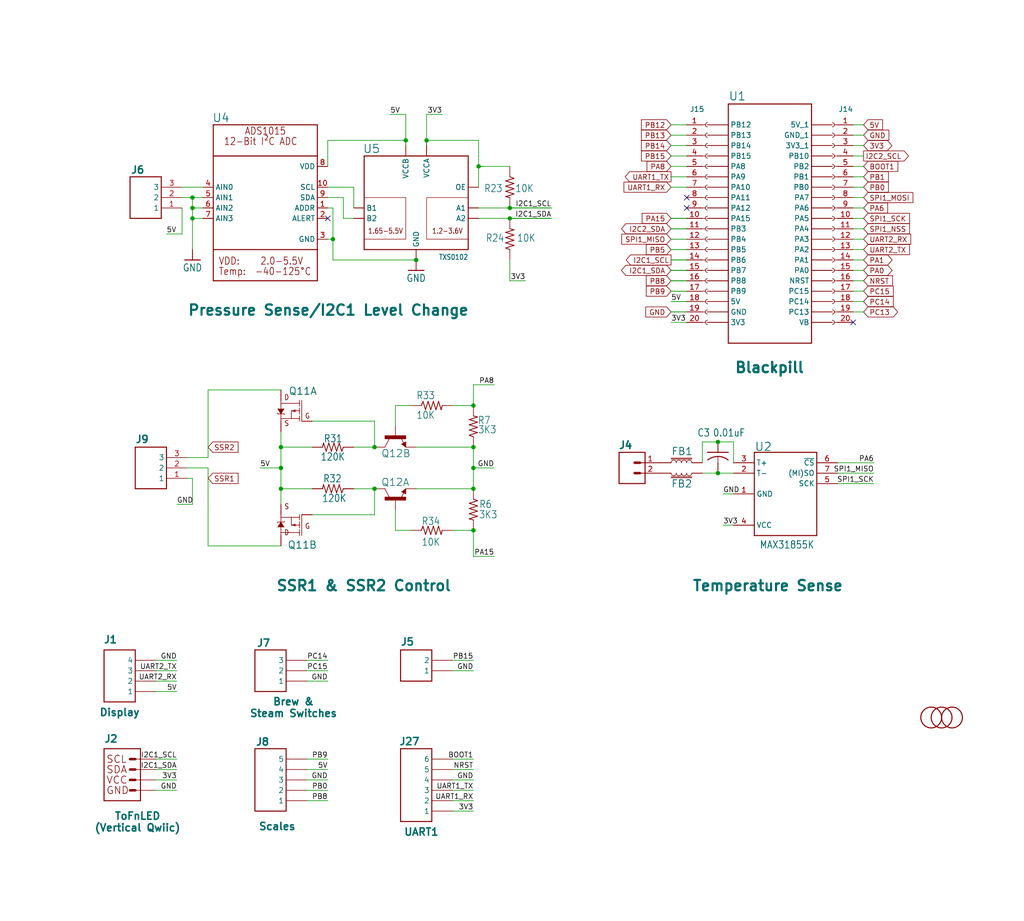
<source format=kicad_sch>
(kicad_sch (version 20230121) (generator eeschema)
  (paper "User" 250.012 224.993)
  (title_block (title "GaggiaBoard V3") (date "2023-09-07"))
  (lib_symbols
    (symbol "3PIN_1" (pin_numbers hide)
      (property "Reference" "JP" (at 0 -7.62 0))
      (symbol "3PIN_1_1_0"
        (pin bidirectional line (at -5.08 2.54 0) (length 5.08) (name "1") (number "1"))
        (pin bidirectional line (at -5.08 0 0) (length 5.08) (name "2") (number "2"))
        (pin bidirectional line (at -5.08 -2.54 0) (length 5.08) (name "3") (number "3"))
      )
    )
    (symbol "GaggiaBoard_V3-eagle-import:1x20 Female Header 2.54mm" (pin_names (offset 1.016) hide)
      (property "Reference" "J" (at 0 25.4 0))
      (property "Value" "1x20 Female Header 2.54mm" (at 0 -27.94 0))
      (symbol "1x20 Female Header 2.54mm_1_1"
        (pin passive line (at -5.08 22.86 0) (length 3.81) (name "Pin_1") (number "1"))
        (pin passive line (at -5.08 0 0) (length 3.81) (name "Pin_10") (number "10"))
        (pin passive line (at -5.08 -2.54 0) (length 3.81) (name "Pin_11") (number "11"))
        (pin passive line (at -5.08 -5.08 0) (length 3.81) (name "Pin_12") (number "12"))
        (pin passive line (at -5.08 -7.62 0) (length 3.81) (name "Pin_13") (number "13"))
        (pin passive line (at -5.08 -10.16 0) (length 3.81) (name "Pin_14") (number "14"))
        (pin passive line (at -5.08 -12.7 0) (length 3.81) (name "Pin_15") (number "15"))
        (pin passive line (at -5.08 -15.24 0) (length 3.81) (name "Pin_16") (number "16"))
        (pin passive line (at -5.08 -17.78 0) (length 3.81) (name "Pin_17") (number "17"))
        (pin passive line (at -5.08 -20.32 0) (length 3.81) (name "Pin_18") (number "18"))
        (pin passive line (at -5.08 -22.86 0) (length 3.81) (name "Pin_19") (number "19"))
        (pin passive line (at -5.08 20.32 0) (length 3.81) (name "Pin_2") (number "2"))
        (pin passive line (at -5.08 -25.4 0) (length 3.81) (name "Pin_20") (number "20"))
        (pin passive line (at -5.08 17.78 0) (length 3.81) (name "Pin_3") (number "3"))
        (pin passive line (at -5.08 15.24 0) (length 3.81) (name "Pin_4") (number "4"))
        (pin passive line (at -5.08 12.7 0) (length 3.81) (name "Pin_5") (number "5"))
        (pin passive line (at -5.08 10.16 0) (length 3.81) (name "Pin_6") (number "6"))
        (pin passive line (at -5.08 7.62 0) (length 3.81) (name "Pin_7") (number "7"))
        (pin passive line (at -5.08 5.08 0) (length 3.81) (name "Pin_8") (number "8"))
        (pin passive line (at -5.08 2.54 0) (length 3.81) (name "Pin_9") (number "9"))
      )
    )
    (symbol "GaggiaBoard_V3-eagle-import:2PIN" (pin_numbers hide)
      (property "Reference" "JP" (at 0 -5.08 0))
      (symbol "2PIN_1_0"
        (pin bidirectional line (at -5.08 2.54 0) (length 5.08) (name "1") (number "1"))
        (pin bidirectional line (at -5.08 0 0) (length 5.08) (name "2") (number "2"))
      )
    )
    (symbol "GaggiaBoard_V3-eagle-import:3PIN"
      (property "Reference" "JP" (at 0 -7.62 0))
      (symbol "3PIN_1_0"
        (pin bidirectional line (at -5.08 2.54 0) (length 5.08) (name "1") (number "1"))
        (pin bidirectional line (at -5.08 0 0) (length 5.08) (name "2") (number "2"))
        (pin bidirectional line (at -5.08 -2.54 0) (length 5.08) (name "3") (number "3"))
      )
    )
    (symbol "GaggiaBoard_V3-eagle-import:4PIN" (pin_numbers hide)
      (property "Reference" "JP" (at 0 -10.16 0))
      (symbol "4PIN_1_0"
        (pin bidirectional line (at -5.08 2.54 0) (length 5.08) (name "1") (number "1"))
        (pin bidirectional line (at -5.08 0 0) (length 5.08) (name "2") (number "2"))
        (pin bidirectional line (at -5.08 -2.54 0) (length 5.08) (name "3") (number "3"))
        (pin bidirectional line (at -5.08 -5.08 0) (length 5.08) (name "4") (number "4"))
      )
    )
    (symbol "GaggiaBoard_V3-eagle-import:5PIN" (pin_numbers hide)
      (property "Reference" "JP" (at 0 -10.16 0))
      (symbol "5PIN_1_0"
        (pin bidirectional line (at -5.08 5.08 0) (length 5.08) (name "1") (number "1"))
        (pin bidirectional line (at -5.08 2.54 0) (length 5.08) (name "2") (number "2"))
        (pin bidirectional line (at -5.08 0 0) (length 5.08) (name "3") (number "3"))
        (pin bidirectional line (at -5.08 -2.54 0) (length 5.08) (name "4") (number "4"))
        (pin bidirectional line (at -5.08 -5.08 0) (length 5.08) (name "5") (number "5"))
      )
    )
    (symbol "GaggiaBoard_V3-eagle-import:6PIN" (pin_numbers hide)
      (property "Reference" "JP" (at 0 -12.7 0))
      (symbol "6PIN_1_0"
        (pin bidirectional line (at -5.08 5.08 0) (length 5.08) (name "1") (number "1"))
        (pin bidirectional line (at -5.08 2.54 0) (length 5.08) (name "2") (number "2"))
        (pin bidirectional line (at -5.08 0 0) (length 5.08) (name "3") (number "3"))
        (pin bidirectional line (at -5.08 -2.54 0) (length 5.08) (name "4") (number "4"))
        (pin bidirectional line (at -5.08 -5.08 0) (length 5.08) (name "5") (number "5"))
        (pin bidirectional line (at -5.08 -7.62 0) (length 5.08) (name "6") (number "6"))
      )
    )
    (symbol "GaggiaBoard_V3-eagle-import:ADC_ADS1015"
      (property "Reference" "U" (at -12.7 20.32 0))
      (symbol "ADC_ADS1015_1_0"
        (text "-40-125°C" (at -2.54 -19.05 0) (effects (font (size 1.778 1.5113)) (justify left bottom)))
        (text "12-Bit I²C ADC" (at -10.16 12.7 0) (effects (font (size 1.778 1.5113)) (justify left bottom)))
        (text "2.0-5.5V" (at -1.27 -16.51 0) (effects (font (size 1.778 1.5113)) (justify left bottom)))
        (text "ADS1015" (at -5.08 15.24 0) (effects (font (size 1.778 1.5113)) (justify left bottom)))
        (text "Temp:" (at -11.43 -19.05 0) (effects (font (size 1.778 1.5113)) (justify left bottom)))
        (text "VDD:" (at -11.43 -16.51 0) (effects (font (size 1.778 1.5113)) (justify left bottom)))
        (pin bidirectional line (at 15.24 -2.54 180) (length 2.54) (name "ADDR") (number "1"))
        (pin bidirectional line (at 15.24 2.54 180) (length 2.54) (name "SCL") (number "10"))
        (pin bidirectional line (at 15.24 -5.08 180) (length 2.54) (name "ALERT") (number "2"))
        (pin bidirectional line (at 15.24 -10.16 180) (length 2.54) (name "GND") (number "3"))
        (pin bidirectional line (at -15.24 2.54 0) (length 2.54) (name "AIN0") (number "4"))
        (pin bidirectional line (at -15.24 0 0) (length 2.54) (name "AIN1") (number "5"))
        (pin bidirectional line (at -15.24 -2.54 0) (length 2.54) (name "AIN2") (number "6"))
        (pin bidirectional line (at -15.24 -5.08 0) (length 2.54) (name "AIN3") (number "7"))
        (pin bidirectional line (at 15.24 7.62 180) (length 2.54) (name "VDD") (number "8"))
        (pin bidirectional line (at 15.24 0 180) (length 2.54) (name "SDA") (number "9"))
      )
    )
    (symbol "GaggiaBoard_V3-eagle-import:BLACKPILL" (pin_numbers hide)
      (property "Reference" "U" (at -10.16 28.702 0))
      (symbol "BLACKPILL_1_0"
        (pin bidirectional line (at -15.24 22.86 0) (length 5.08) (name "PB12") (number "P1$1"))
        (pin bidirectional line (at -15.24 0 0) (length 5.08) (name "PA15") (number "P1$10"))
        (pin bidirectional line (at -15.24 -2.54 0) (length 5.08) (name "PB3") (number "P1$11"))
        (pin bidirectional line (at -15.24 -5.08 0) (length 5.08) (name "PB4") (number "P1$12"))
        (pin bidirectional line (at -15.24 -7.62 0) (length 5.08) (name "PB5") (number "P1$13"))
        (pin bidirectional line (at -15.24 -10.16 0) (length 5.08) (name "PB6") (number "P1$14"))
        (pin bidirectional line (at -15.24 -12.7 0) (length 5.08) (name "PB7") (number "P1$15"))
        (pin bidirectional line (at -15.24 -15.24 0) (length 5.08) (name "PB8") (number "P1$16"))
        (pin bidirectional line (at -15.24 -17.78 0) (length 5.08) (name "PB9") (number "P1$17"))
        (pin power_in line (at -15.24 -20.32 0) (length 5.08) (name "5V") (number "P1$18"))
        (pin power_in line (at -15.24 -22.86 0) (length 5.08) (name "GND") (number "P1$19"))
        (pin bidirectional line (at -15.24 20.32 0) (length 5.08) (name "PB13") (number "P1$2"))
        (pin power_in line (at -15.24 -25.4 0) (length 5.08) (name "3V3") (number "P1$20"))
        (pin bidirectional line (at -15.24 17.78 0) (length 5.08) (name "PB14") (number "P1$3"))
        (pin bidirectional line (at -15.24 15.24 0) (length 5.08) (name "PB15") (number "P1$4"))
        (pin bidirectional line (at -15.24 12.7 0) (length 5.08) (name "PA8") (number "P1$5"))
        (pin bidirectional line (at -15.24 10.16 0) (length 5.08) (name "PA9") (number "P1$6"))
        (pin bidirectional line (at -15.24 7.62 0) (length 5.08) (name "PA10") (number "P1$7"))
        (pin bidirectional line (at -15.24 5.08 0) (length 5.08) (name "PA11") (number "P1$8"))
        (pin bidirectional line (at -15.24 2.54 0) (length 5.08) (name "PA12") (number "P1$9"))
        (pin power_in line (at 15.24 22.86 180) (length 5.08) (name "5V_1") (number "P2$1"))
        (pin bidirectional line (at 15.24 0 180) (length 5.08) (name "PA5") (number "P2$10"))
        (pin bidirectional line (at 15.24 -2.54 180) (length 5.08) (name "PA4") (number "P2$11"))
        (pin bidirectional line (at 15.24 -5.08 180) (length 5.08) (name "PA3") (number "P2$12"))
        (pin bidirectional line (at 15.24 -7.62 180) (length 5.08) (name "PA2") (number "P2$13"))
        (pin bidirectional line (at 15.24 -10.16 180) (length 5.08) (name "PA1") (number "P2$14"))
        (pin bidirectional line (at 15.24 -12.7 180) (length 5.08) (name "PA0") (number "P2$15"))
        (pin bidirectional line (at 15.24 -15.24 180) (length 5.08) (name "NRST") (number "P2$16"))
        (pin bidirectional line (at 15.24 -17.78 180) (length 5.08) (name "PC15") (number "P2$17"))
        (pin bidirectional line (at 15.24 -20.32 180) (length 5.08) (name "PC14") (number "P2$18"))
        (pin bidirectional line (at 15.24 -22.86 180) (length 5.08) (name "PC13") (number "P2$19"))
        (pin power_in line (at 15.24 20.32 180) (length 5.08) (name "GND_1") (number "P2$2"))
        (pin bidirectional line (at 15.24 -25.4 180) (length 5.08) (name "VB") (number "P2$20"))
        (pin power_in line (at 15.24 17.78 180) (length 5.08) (name "3V3_1") (number "P2$3"))
        (pin bidirectional line (at 15.24 15.24 180) (length 5.08) (name "PB10") (number "P2$4"))
        (pin bidirectional line (at 15.24 12.7 180) (length 5.08) (name "PB2") (number "P2$5"))
        (pin bidirectional line (at 15.24 10.16 180) (length 5.08) (name "PB1") (number "P2$6"))
        (pin bidirectional line (at 15.24 7.62 180) (length 5.08) (name "PB0") (number "P2$7"))
        (pin bidirectional line (at 15.24 5.08 180) (length 5.08) (name "PA7") (number "P2$8"))
        (pin bidirectional line (at 15.24 2.54 180) (length 5.08) (name "PA6") (number "P2$9"))
      )
    )
    (symbol "GaggiaBoard_V3-eagle-import:C-USC0603"
      (property "Reference" "C" (at 1.016 0.635 0))
      (symbol "C-USC0603_1_0"
        (pin passive line (at 0 2.54 270) (length 2.54) (name "1") (number "1"))
        (pin passive line (at 0 -5.08 90) (length 2.54) (name "2") (number "2"))
      )
    )
    (symbol "GaggiaBoard_V3-eagle-import:CONN_023.5MM-NO_SILK"
      (property "Reference" "J" (at -2.54 5.588 0))
      (symbol "CONN_023.5MM-NO_SILK_1_0"
        (pin passive line (at 7.62 0 180) (length 5.08) (name "1") (number "1"))
        (pin passive line (at 7.62 2.54 180) (length 5.08) (name "2") (number "2"))
      )
    )
    (symbol "GaggiaBoard_V3-eagle-import:FERRITE_BEAD-0603-470Ω-100MHZ-1A-200MILIΩ"
      (property "Reference" "FB" (at 1.27 2.54 0))
      (symbol "FERRITE_BEAD-0603-470Ω-100MHZ-1A-200MILIΩ_1_0"
        (pin passive line (at 0 5.08 270) (length 2.54) (name "1") (number "1"))
        (pin passive line (at 0 -5.08 90) (length 2.54) (name "2") (number "2"))
      )
    )
    (symbol "GaggiaBoard_V3-eagle-import:FIDUCIAL")
    (symbol "GaggiaBoard_V3-eagle-import:GND-BAR" (power)
      (property "Value" "GND-BAR" (at 0 -1.905 0))
      (symbol "GND-BAR_1_0"
        (pin power_in line (at 0 2.54 270) (length 2.54) (name "GND") (number "1"))
      )
    )
    (symbol "GaggiaBoard_V3-eagle-import:MAX31855K"
      (property "Reference" "U" (at -7.62 10.16 0))
      (symbol "MAX31855K_1_0"
        (pin bidirectional line (at -12.7 0 0) (length 5.08) (name "GND") (number "1"))
        (pin bidirectional line (at -12.7 -5.08 0) (length 5.08) (name "T-") (number "2"))
        (pin bidirectional line (at -12.7 -7.62 0) (length 5.08) (name "T+") (number "3"))
        (pin bidirectional line (at -12.7 7.62 0) (length 5.08) (name "VCC") (number "4"))
        (pin bidirectional line (at 12.7 -2.54 180) (length 5.08) (name "SCK") (number "5"))
        (pin bidirectional line (at 12.7 -7.62 180) (length 5.08) (name "~{CS}") (number "6"))
        (pin bidirectional line (at 12.7 -5.08 180) (length 5.08) (name "(MI)SO") (number "7"))
      )
    )
    (symbol "GaggiaBoard_V3-eagle-import:MOSFET_PCH_DUAL-DMP2240UDM"
      (property "Reference" "Q" (at 5.08 0 0))
      (symbol "MOSFET_PCH_DUAL-DMP2240UDM_1_0"
        (text "D" (at 0.508 2.54 0) (effects (font (size 1.27 1.0795)) (justify left bottom)))
        (text "G" (at -3.302 -0.508 0) (effects (font (size 1.27 1.0795)) (justify right top)))
        (text "S" (at 0.508 -3.81 0) (effects (font (size 1.27 1.0795)) (justify left bottom)))
        (pin bidirectional line (at 2.54 5.08 270) (length 2.54) (name "D") (number "D1"))
        (pin bidirectional line (at -5.08 -2.54 0) (length 2.54) (name "G") (number "G1"))
        (pin bidirectional line (at 2.54 -5.08 90) (length 2.54) (name "S") (number "S1"))
      )
      (symbol "MOSFET_PCH_DUAL-DMP2240UDM_2_0"
        (text "D" (at 0.508 2.54 0) (effects (font (size 1.27 1.0795)) (justify left bottom)))
        (text "G" (at -3.302 -0.508 0) (effects (font (size 1.27 1.0795)) (justify right top)))
        (text "S" (at 0.508 -3.81 0) (effects (font (size 1.27 1.0795)) (justify left bottom)))
        (pin bidirectional line (at 2.54 5.08 270) (length 2.54) (name "D") (number "D2"))
        (pin bidirectional line (at -5.08 -2.54 0) (length 2.54) (name "G") (number "G2"))
        (pin bidirectional line (at 2.54 -5.08 90) (length 2.54) (name "S") (number "S2"))
      )
    )
    (symbol "GaggiaBoard_V3-eagle-import:QWIIC_CONNECTOR" (pin_numbers hide)
      (property "Reference" "J" (at -5.08 7.874 0))
      (symbol "QWIIC_CONNECTOR_1_0"
        (text "GND" (at -4.572 -2.54 0) (effects (font (size 1.778 1.778)) (justify left)))
        (text "SCL" (at -4.572 5.08 0) (effects (font (size 1.778 1.778)) (justify left)))
        (text "SDA" (at -4.572 2.54 0) (effects (font (size 1.778 1.778)) (justify left)))
        (text "VCC" (at -4.572 0 0) (effects (font (size 1.778 1.778)) (justify left)))
        (pin power_in line (at 7.62 -2.54 180) (length 5.08) (name "1") (number "1"))
        (pin power_in line (at 7.62 0 180) (length 5.08) (name "2") (number "2"))
        (pin passive line (at 7.62 2.54 180) (length 5.08) (name "3") (number "3"))
        (pin passive line (at 7.62 5.08 180) (length 5.08) (name "4") (number "4"))
      )
    )
    (symbol "GaggiaBoard_V3-eagle-import:R-US_R0603"
      (property "Reference" "R" (at -3.81 1.4986 0))
      (symbol "R-US_R0603_1_0"
        (pin passive line (at -5.08 0 0) (length 2.54) (name "1") (number "1"))
        (pin passive line (at 5.08 0 180) (length 2.54) (name "2") (number "2"))
      )
    )
    (symbol "GaggiaBoard_V3-eagle-import:TRANS_NPN_DUAL-MBT3904DW1T1"
      (property "Reference" "Q" (at 2.54 0 0))
      (symbol "TRANS_NPN_DUAL-MBT3904DW1T1_1_0"
        (pin passive line (at 2.54 5.08 270) (length 2.54) (name "C") (number "3"))
        (pin passive line (at 2.54 -5.08 90) (length 2.54) (name "E") (number "4"))
        (pin passive line (at -2.54 0 0) (length 2.54) (name "B") (number "5"))
      )
      (symbol "TRANS_NPN_DUAL-MBT3904DW1T1_2_0"
        (pin passive line (at 2.54 -5.08 90) (length 2.54) (name "E") (number "1"))
        (pin passive line (at -2.54 0 0) (length 2.54) (name "B") (number "2"))
        (pin passive line (at 2.54 5.08 270) (length 2.54) (name "C") (number "6"))
      )
    )
    (symbol "GaggiaBoard_V3-eagle-import:TXS0102" (pin_numbers hide)
      (property "Reference" "U" (at -12.7 12.7 0))
      (symbol "TXS0102_1_0"
        (text "1.2-3.6V" (at -11.43 -8.89 0) (effects (font (size 1.27 1.0795)) (justify left bottom)))
        (text "1.65-5.5V" (at 3.175 -8.89 0) (effects (font (size 1.27 1.0795)) (justify left bottom)))
        (pin bidirectional line (at 15.24 -5.08 180) (length 2.54) (name "B2") (number "P$1"))
        (pin bidirectional line (at 0 -15.24 90) (length 2.54) (name "GND") (number "P$2"))
        (pin bidirectional line (at -2.54 12.7 270) (length 2.54) (name "VCCA") (number "P$3"))
        (pin bidirectional line (at -15.24 -5.08 0) (length 2.54) (name "A2") (number "P$4"))
        (pin bidirectional line (at -15.24 -2.54 0) (length 2.54) (name "A1") (number "P$5"))
        (pin bidirectional line (at -15.24 2.54 0) (length 2.54) (name "OE") (number "P$6"))
        (pin bidirectional line (at 2.54 12.7 270) (length 2.54) (name "VCCB") (number "P$7"))
        (pin bidirectional line (at 15.24 -2.54 180) (length 2.54) (name "B1") (number "P$8"))
      )
    )
  )
  (junction (at 124.46 53.34))
  (junction (at 46.99 53.34))
  (junction (at 116.84 40.64))
  (junction (at 46.99 48.26))
  (junction (at 115.57 119.38))
  (junction (at 91.44 119.38))
  (junction (at 46.99 50.8))
  (junction (at 115.57 114.3))
  (junction (at 99.06 34.29))
  (junction (at 68.58 114.3))
  (junction (at 104.14 34.29))
  (junction (at 175.26 107.95))
  (junction (at 124.46 50.8))
  (junction (at 115.57 109.22))
  (junction (at 68.58 109.22))
  (junction (at 81.28 58.42))
  (junction (at 91.44 109.22))
  (junction (at 68.58 119.38))
  (junction (at 101.6 63.5))
  (junction (at 175.26 115.57))
  (junction (at 115.57 129.54))
  (junction (at 115.57 99.06))
  (no_connect (at 80.01 53.34))
  (no_connect (at 208.28 78.74))
  (no_connect (at 167.64 48.26))
  (no_connect (at 167.64 50.8))
  (wire (pts (xy 167.64 63.5) (xy 163.83 63.5)))
  (wire (pts (xy 63.5 114.3) (xy 68.58 114.3)))
  (wire (pts (xy 99.06 34.29) (xy 99.06 35.56)))
  (wire (pts (xy 100.33 129.54) (xy 96.52 129.54)))
  (wire (pts (xy 50.8 114.3) (xy 45.72 114.3)))
  (wire (pts (xy 167.64 76.2) (xy 163.83 76.2)))
  (wire (pts (xy 163.83 30.48) (xy 167.64 30.48)))
  (wire (pts (xy 115.57 129.54) (xy 115.57 135.89)))
  (wire (pts (xy 115.57 190.5) (xy 110.49 190.5)))
  (wire (pts (xy 115.57 198.12) (xy 110.49 198.12)))
  (wire (pts (xy 115.57 93.98) (xy 120.65 93.98)))
  (wire (pts (xy 179.07 120.65) (xy 176.53 120.65)) (stroke (width 0.1524)))
  (wire (pts (xy 38.1 193.04) (xy 43.18 193.04)) (stroke (width 0.1524)))
  (wire (pts (xy 208.28 48.26) (xy 210.82 48.26)) (stroke (width 0.1524)))
  (wire (pts (xy 204.47 118.11) (xy 213.36 118.11)) (stroke (width 0.1524)))
  (wire (pts (xy 74.93 161.29) (xy 80.01 161.29)) (stroke (width 0.1524)))
  (wire (pts (xy 163.83 73.66) (xy 167.64 73.66)) (stroke (width 0.1524)))
  (wire (pts (xy 171.45 115.57) (xy 175.26 115.57)) (stroke (width 0.1524)))
  (wire (pts (xy 76.2 102.87) (xy 91.44 102.87)))
  (wire (pts (xy 163.83 63.5) (xy 167.64 63.5)) (stroke (width 0.1524)))
  (wire (pts (xy 38.1 185.42) (xy 43.18 185.42)) (stroke (width 0.1524)))
  (wire (pts (xy 68.58 114.3) (xy 68.58 119.38)))
  (wire (pts (xy 208.28 66.04) (xy 210.82 66.04)) (stroke (width 0.1524)))
  (wire (pts (xy 163.83 71.12) (xy 167.64 71.12)) (stroke (width 0.1524)))
  (wire (pts (xy 50.8 95.25) (xy 68.58 95.25)))
  (wire (pts (xy 50.8 95.25) (xy 50.8 111.76)))
  (wire (pts (xy 38.1 161.29) (xy 43.18 161.29)) (stroke (width 0.1524)))
  (wire (pts (xy 124.46 68.58) (xy 124.46 63.5)))
  (wire (pts (xy 124.46 53.34) (xy 134.62 53.34)))
  (wire (pts (xy 163.83 60.96) (xy 167.64 60.96)) (stroke (width 0.1524)))
  (wire (pts (xy 116.84 40.64) (xy 116.84 34.29)))
  (wire (pts (xy 86.36 50.8) (xy 86.36 45.72)) (stroke (width 0.1524)))
  (wire (pts (xy 175.26 115.57) (xy 179.07 115.57)))
  (wire (pts (xy 101.6 109.22) (xy 115.57 109.22)))
  (wire (pts (xy 163.83 68.58) (xy 167.64 68.58)) (stroke (width 0.1524)))
  (wire (pts (xy 171.45 113.03) (xy 171.45 107.95)))
  (wire (pts (xy 68.58 109.22) (xy 68.58 114.3)))
  (wire (pts (xy 74.93 195.58) (xy 80.01 195.58)) (stroke (width 0.1524)))
  (wire (pts (xy 167.64 68.58) (xy 163.83 68.58)))
  (wire (pts (xy 115.57 109.22) (xy 115.57 114.3)))
  (wire (pts (xy 204.47 115.57) (xy 213.36 115.57)) (stroke (width 0.1524)))
  (wire (pts (xy 116.84 53.34) (xy 124.46 53.34)) (stroke (width 0.1524)))
  (wire (pts (xy 68.58 109.22) (xy 76.2 109.22)))
  (wire (pts (xy 44.45 48.26) (xy 46.99 48.26)) (stroke (width 0.1524)))
  (wire (pts (xy 100.33 99.06) (xy 96.52 99.06)))
  (wire (pts (xy 99.06 35.56) (xy 99.06 34.29)) (stroke (width 0.1524)))
  (wire (pts (xy 115.57 187.96) (xy 110.49 187.96)))
  (wire (pts (xy 208.28 50.8) (xy 210.82 50.8)) (stroke (width 0.1524)))
  (wire (pts (xy 49.53 50.8) (xy 46.99 50.8)) (stroke (width 0.1524)))
  (wire (pts (xy 179.07 113.03) (xy 179.07 107.95)))
  (wire (pts (xy 38.1 190.5) (xy 43.18 190.5)) (stroke (width 0.1524)))
  (wire (pts (xy 208.28 30.48) (xy 210.82 30.48)) (stroke (width 0.1524)))
  (wire (pts (xy 167.64 38.1) (xy 163.83 38.1)))
  (wire (pts (xy 74.93 163.83) (xy 80.01 163.83)) (stroke (width 0.1524)))
  (wire (pts (xy 208.28 73.66) (xy 210.82 73.66)) (stroke (width 0.1524)))
  (wire (pts (xy 115.57 119.38) (xy 115.57 114.3)))
  (wire (pts (xy 208.28 40.64) (xy 210.82 40.64)) (stroke (width 0.1524)))
  (wire (pts (xy 80.01 58.42) (xy 81.28 58.42)) (stroke (width 0.1524)))
  (wire (pts (xy 101.6 63.5) (xy 81.28 63.5)))
  (wire (pts (xy 81.28 63.5) (xy 81.28 60.96)))
  (wire (pts (xy 44.45 57.15) (xy 40.64 57.15)) (stroke (width 0.1524)))
  (wire (pts (xy 110.49 163.83) (xy 115.57 163.83)) (stroke (width 0.1524)))
  (wire (pts (xy 208.28 38.1) (xy 210.82 38.1)) (stroke (width 0.1524)))
  (wire (pts (xy 115.57 99.06) (xy 110.49 99.06)))
  (wire (pts (xy 208.28 71.12) (xy 210.82 71.12)) (stroke (width 0.1524)))
  (wire (pts (xy 74.93 190.5) (xy 80.01 190.5)) (stroke (width 0.1524)))
  (wire (pts (xy 74.93 166.37) (xy 80.01 166.37)) (stroke (width 0.1524)))
  (wire (pts (xy 208.28 45.72) (xy 210.82 45.72)) (stroke (width 0.1524)))
  (wire (pts (xy 50.8 133.35) (xy 50.8 114.3)))
  (wire (pts (xy 46.99 53.34) (xy 46.99 60.96)) (stroke (width 0.1524)))
  (wire (pts (xy 163.83 55.88) (xy 167.64 55.88)) (stroke (width 0.1524)))
  (wire (pts (xy 167.64 53.34) (xy 163.83 53.34)))
  (wire (pts (xy 120.65 135.89) (xy 115.57 135.89)))
  (wire (pts (xy 83.82 53.34) (xy 86.36 53.34)) (stroke (width 0.1524)))
  (wire (pts (xy 115.57 193.04) (xy 110.49 193.04)))
  (wire (pts (xy 208.28 68.58) (xy 210.82 68.58)) (stroke (width 0.1524)))
  (wire (pts (xy 116.84 40.64) (xy 124.46 40.64)))
  (wire (pts (xy 208.28 60.96) (xy 210.82 60.96)) (stroke (width 0.1524)))
  (wire (pts (xy 38.1 166.37) (xy 43.18 166.37)) (stroke (width 0.1524)))
  (wire (pts (xy 81.28 50.8) (xy 81.28 58.42)) (stroke (width 0.1524)))
  (wire (pts (xy 124.46 50.8) (xy 134.62 50.8)) (stroke (width 0.1524)))
  (wire (pts (xy 44.45 45.72) (xy 49.53 45.72)))
  (wire (pts (xy 167.64 71.12) (xy 163.83 71.12)))
  (wire (pts (xy 68.58 109.22) (xy 68.58 105.41)))
  (wire (pts (xy 124.46 50.8) (xy 134.62 50.8)))
  (wire (pts (xy 50.8 111.76) (xy 45.72 111.76)))
  (wire (pts (xy 91.44 102.87) (xy 91.44 109.22)))
  (wire (pts (xy 38.1 187.96) (xy 43.18 187.96)) (stroke (width 0.1524)))
  (wire (pts (xy 167.64 55.88) (xy 163.83 55.88)))
  (wire (pts (xy 115.57 195.58) (xy 110.49 195.58)))
  (wire (pts (xy 167.64 40.64) (xy 163.83 40.64)))
  (wire (pts (xy 80.01 50.8) (xy 81.28 50.8)) (stroke (width 0.1524)))
  (wire (pts (xy 167.64 66.04) (xy 163.83 66.04)))
  (wire (pts (xy 91.44 125.73) (xy 91.44 119.38)))
  (wire (pts (xy 110.49 161.29) (xy 115.57 161.29)) (stroke (width 0.1524)))
  (wire (pts (xy 74.93 193.04) (xy 80.01 193.04)) (stroke (width 0.1524)))
  (wire (pts (xy 49.53 53.34) (xy 46.99 53.34)) (stroke (width 0.1524)))
  (wire (pts (xy 38.1 168.91) (xy 43.18 168.91)) (stroke (width 0.1524)))
  (wire (pts (xy 104.14 27.94) (xy 104.14 34.29)) (stroke (width 0.1524)))
  (wire (pts (xy 163.83 53.34) (xy 167.64 53.34)) (stroke (width 0.1524)))
  (wire (pts (xy 104.14 34.29) (xy 104.14 35.56)) (stroke (width 0.1524)))
  (wire (pts (xy 115.57 93.98) (xy 115.57 99.06)))
  (wire (pts (xy 38.1 163.83) (xy 43.18 163.83)) (stroke (width 0.1524)))
  (wire (pts (xy 116.84 45.72) (xy 116.84 40.64)) (stroke (width 0.1524)))
  (wire (pts (xy 86.36 45.72) (xy 80.01 45.72)) (stroke (width 0.1524)))
  (wire (pts (xy 208.28 76.2) (xy 210.82 76.2)) (stroke (width 0.1524)))
  (wire (pts (xy 81.28 58.42) (xy 81.28 60.96)) (stroke (width 0.1524)))
  (wire (pts (xy 50.8 133.35) (xy 68.58 133.35)))
  (wire (pts (xy 76.2 125.73) (xy 91.44 125.73)))
  (wire (pts (xy 167.64 35.56) (xy 163.83 35.56)))
  (wire (pts (xy 163.83 58.42) (xy 167.64 58.42)) (stroke (width 0.1524)))
  (wire (pts (xy 44.45 57.15) (xy 44.45 50.8)) (stroke (width 0.1524)))
  (wire (pts (xy 167.64 43.18) (xy 163.83 43.18)))
  (wire (pts (xy 49.53 48.26) (xy 46.99 48.26)) (stroke (width 0.1524)))
  (wire (pts (xy 46.99 50.8) (xy 46.99 53.34)) (stroke (width 0.1524)))
  (wire (pts (xy 46.99 123.19) (xy 46.99 116.84)))
  (wire (pts (xy 208.28 63.5) (xy 210.82 63.5)) (stroke (width 0.1524)))
  (wire (pts (xy 179.07 128.27) (xy 176.53 128.27)) (stroke (width 0.1524)))
  (wire (pts (xy 163.83 66.04) (xy 167.64 66.04)) (stroke (width 0.1524)))
  (wire (pts (xy 83.82 53.34) (xy 83.82 48.26)) (stroke (width 0.1524)))
  (wire (pts (xy 86.36 109.22) (xy 91.44 109.22)))
  (wire (pts (xy 95.25 27.94) (xy 99.06 27.94)))
  (wire (pts (xy 163.83 78.74) (xy 167.64 78.74)))
  (wire (pts (xy 204.47 113.03) (xy 213.36 113.03)) (stroke (width 0.1524)))
  (wire (pts (xy 104.14 34.29) (xy 104.14 35.56)))
  (wire (pts (xy 175.26 107.95) (xy 179.07 107.95)))
  (wire (pts (xy 167.64 58.42) (xy 163.83 58.42)))
  (wire (pts (xy 46.99 48.26) (xy 46.99 50.8)) (stroke (width 0.1524)))
  (wire (pts (xy 116.84 50.8) (xy 124.46 50.8)) (stroke (width 0.1524)))
  (wire (pts (xy 86.36 119.38) (xy 91.44 119.38)))
  (wire (pts (xy 46.99 123.19) (xy 43.18 123.19)))
  (wire (pts (xy 124.46 68.58) (xy 128.27 68.58)))
  (wire (pts (xy 74.93 185.42) (xy 80.01 185.42)) (stroke (width 0.1524)))
  (wire (pts (xy 99.06 34.29) (xy 99.06 27.94)) (stroke (width 0.1524)))
  (wire (pts (xy 208.28 58.42) (xy 210.82 58.42)) (stroke (width 0.1524)))
  (wire (pts (xy 208.28 43.18) (xy 210.82 43.18)) (stroke (width 0.1524)))
  (wire (pts (xy 96.52 129.54) (xy 96.52 124.46)))
  (wire (pts (xy 115.57 114.3) (xy 120.65 114.3)))
  (wire (pts (xy 99.06 34.29) (xy 80.01 34.29)))
  (wire (pts (xy 124.46 53.34) (xy 134.62 53.34)) (stroke (width 0.1524)))
  (wire (pts (xy 208.28 55.88) (xy 210.82 55.88)) (stroke (width 0.1524)))
  (wire (pts (xy 167.64 45.72) (xy 163.83 45.72)))
  (wire (pts (xy 167.64 60.96) (xy 163.83 60.96)))
  (wire (pts (xy 46.99 116.84) (xy 45.72 116.84)))
  (wire (pts (xy 163.83 33.02) (xy 167.64 33.02)) (stroke (width 0.1524)))
  (wire (pts (xy 171.45 107.95) (xy 175.26 107.95)))
  (wire (pts (xy 208.28 35.56) (xy 210.82 35.56)) (stroke (width 0.1524)))
  (wire (pts (xy 101.6 119.38) (xy 115.57 119.38)))
  (wire (pts (xy 208.28 33.02) (xy 210.82 33.02)) (stroke (width 0.1524)))
  (wire (pts (xy 96.52 99.06) (xy 96.52 104.14)))
  (wire (pts (xy 167.64 73.66) (xy 163.83 73.66)))
  (wire (pts (xy 74.93 187.96) (xy 80.01 187.96)) (stroke (width 0.1524)))
  (wire (pts (xy 83.82 48.26) (xy 80.01 48.26)) (stroke (width 0.1524)))
  (wire (pts (xy 208.28 53.34) (xy 210.82 53.34)) (stroke (width 0.1524)))
  (wire (pts (xy 163.83 76.2) (xy 167.64 76.2)) (stroke (width 0.1524)))
  (wire (pts (xy 68.58 119.38) (xy 76.2 119.38)))
  (wire (pts (xy 68.58 119.38) (xy 68.58 123.19)))
  (wire (pts (xy 80.01 34.29) (xy 80.01 40.64)))
  (wire (pts (xy 115.57 185.42) (xy 110.49 185.42)))
  (wire (pts (xy 116.84 34.29) (xy 104.14 34.29)))
  (wire (pts (xy 107.95 27.94) (xy 104.14 27.94)))
  (wire (pts (xy 116.84 40.64) (xy 118.11 40.64)) (stroke (width 0.1524)))
  (wire (pts (xy 115.57 129.54) (xy 110.49 129.54)))
  (text "Pressure Sense/I2C1 Level Change " (at 45.72 77.47 0) (effects (font (size 2.54 2.54) (thickness 0.508) bold) (justify left bottom)))
  (text "SSR1 & SSR2 Control" (at 67.31 144.78 0) (effects (font (size 2.54 2.54) (thickness 0.508) bold) (justify left bottom)))
  (text "Temperature Sense" (at 168.91 144.78 0) (effects (font (size 2.54 2.54) (thickness 0.508) bold) (justify left bottom)))
  (label "GND" (at 43.18 193.04 180) (effects (font (size 1.2446 1.2446))))
  (label "3V3" (at 115.57 198.12 180) (effects (font (size 1.2446 1.2446))))
  (label "3V3" (at 128.27 68.58 180) (effects (font (size 1.2446 1.2446))))
  (label "BOOT1" (at 115.57 185.42 180) (effects (font (size 1.2446 1.2446))))
  (label "PA15" (at 120.65 135.89 180) (effects (font (size 1.2446 1.2446))))
  (label "5V" (at 80.01 187.96 180) (effects (font (size 1.2446 1.2446))))
  (label "5V" (at 40.64 57.15 0) (effects (font (size 1.2446 1.2446))))
  (label "SPI1_SCK" (at 213.36 118.11 180) (effects (font (size 1.2446 1.2446))))
  (label "GND" (at 80.01 190.5 180) (effects (font (size 1.2446 1.2446))))
  (label "GND" (at 176.53 120.65 0) (effects (font (size 1.2446 1.2446))))
  (label "GND" (at 80.01 166.37 180) (effects (font (size 1.2446 1.2446))))
  (label "PB9" (at 80.01 185.42 180) (effects (font (size 1.2446 1.2446))))
  (label "3V3" (at 43.18 190.5 180) (effects (font (size 1.2446 1.2446))))
  (label "PB15" (at 115.57 161.29 180) (effects (font (size 1.2446 1.2446))))
  (label "NRST" (at 115.57 187.96 180) (effects (font (size 1.2446 1.2446))))
  (label "GND" (at 115.57 190.5 180) (effects (font (size 1.2446 1.2446))))
  (label "PC15" (at 80.01 163.83 180) (effects (font (size 1.2446 1.2446))))
  (label "UART2_TX" (at 43.18 163.83 180) (effects (font (size 1.2446 1.2446))))
  (label "5V" (at 43.18 168.91 180) (effects (font (size 1.2446 1.2446))))
  (label "UART1_RX" (at 115.57 195.58 180) (effects (font (size 1.2446 1.2446))))
  (label "I2C1_SCL" (at 134.62 50.8 180) (effects (font (size 1.2446 1.2446))))
  (label "GND" (at 43.18 161.29 180) (effects (font (size 1.2446 1.2446))))
  (label "3V3" (at 163.83 78.74 0) (effects (font (size 1.2446 1.2446))))
  (label "I2C1_SDA" (at 134.62 53.34 180) (effects (font (size 1.2446 1.2446))))
  (label "GND" (at 115.57 163.83 180) (effects (font (size 1.2446 1.2446))))
  (label "GND" (at 43.18 123.19 0) (effects (font (size 1.2446 1.2446))))
  (label "5V" (at 95.25 27.94 0) (effects (font (size 1.2446 1.2446))))
  (label "SPI1_MISO" (at 213.36 115.57 180) (effects (font (size 1.2446 1.2446))))
  (label "PA8" (at 120.65 93.98 180) (effects (font (size 1.2446 1.2446))))
  (label "3V3" (at 176.53 128.27 0) (effects (font (size 1.2446 1.2446))))
  (label "PB0" (at 80.01 193.04 180) (effects (font (size 1.2446 1.2446))))
  (label "PC14" (at 80.01 161.29 180) (effects (font (size 1.2446 1.2446))))
  (label "3V3" (at 107.95 27.94 180) (effects (font (size 1.2446 1.2446))))
  (label "5V" (at 163.83 73.66 0) (effects (font (size 1.2446 1.2446))))
  (label "GND" (at 120.65 114.3 180))
  (label "I2C1_SCL" (at 43.18 185.42 180) (effects (font (size 1.2446 1.2446))))
  (label "I2C1_SDA" (at 43.18 187.96 180) (effects (font (size 1.2446 1.2446))))
  (label "PB8" (at 80.01 195.58 180) (effects (font (size 1.2446 1.2446))))
  (label "5V" (at 63.5 114.3 0) (effects (font (size 1.2446 1.2446))))
  (label "UART1_TX" (at 115.57 193.04 180) (effects (font (size 1.2446 1.2446))))
  (label "PA6" (at 213.36 113.03 180) (effects (font (size 1.2446 1.2446))))
  (label "UART2_RX" (at 43.18 166.37 180) (effects (font (size 1.2446 1.2446))))
  (global_label "UART2_RX" (shape input) (at 210.82 58.42 0) (effects (font (size 1.2446 1.2446))) (property "Intersheetrefs" "${INTERSHEET_REFS}" (effects hide)))
  (global_label "BOOT1" (shape input) (at 210.82 40.64 0) (effects (font (size 1.2446 1.2446))) (property "Intersheetrefs" "${INTERSHEET_REFS}" (effects hide)))
  (global_label "PB13" (shape input) (at 163.83 33.02 180) (effects (font (size 1.2446 1.2446))) (property "Intersheetrefs" "${INTERSHEET_REFS}" (effects hide)))
  (global_label "UART1_TX" (shape output) (at 163.83 43.18 180) (effects (font (size 1.2446 1.2446))) (property "Intersheetrefs" "${INTERSHEET_REFS}" (effects hide)))
  (global_label "GND" (shape input) (at 163.83 76.2 180) (effects (font (size 1.2446 1.2446))) (property "Intersheetrefs" "${INTERSHEET_REFS}" (effects hide)))
  (global_label "PC15" (shape input) (at 210.82 71.12 0) (effects (font (size 1.2446 1.2446))) (property "Intersheetrefs" "${INTERSHEET_REFS}" (effects hide)))
  (global_label "PA0" (shape bidirectional) (at 210.82 66.04 0) (effects (font (size 1.2446 1.2446))) (property "Intersheetrefs" "${INTERSHEET_REFS}" (effects hide)))
  (global_label "PB12" (shape input) (at 163.83 30.48 180) (effects (font (size 1.2446 1.2446))) (property "Intersheetrefs" "${INTERSHEET_REFS}" (effects hide)))
  (global_label "UART1_RX" (shape input) (at 163.83 45.72 180) (effects (font (size 1.2446 1.2446))) (property "Intersheetrefs" "${INTERSHEET_REFS}" (effects hide)))
  (global_label "5V" (shape input) (at 210.82 30.48 0) (effects (font (size 1.2446 1.2446))) (property "Intersheetrefs" "${INTERSHEET_REFS}" (effects hide)))
  (global_label "UART2_TX" (shape input) (at 210.82 60.96 0) (effects (font (size 1.2446 1.2446))) (property "Intersheetrefs" "${INTERSHEET_REFS}" (effects hide)))
  (global_label "PB9" (shape input) (at 163.83 71.12 180) (effects (font (size 1.2446 1.2446))) (property "Intersheetrefs" "${INTERSHEET_REFS}" (effects hide)))
  (global_label "PA8" (shape input) (at 163.83 40.64 180) (effects (font (size 1.2446 1.2446))) (property "Intersheetrefs" "${INTERSHEET_REFS}" (effects hide)))
  (global_label "3V3" (shape bidirectional) (at 210.82 35.56 0) (effects (font (size 1.2446 1.2446))) (property "Intersheetrefs" "${INTERSHEET_REFS}" (effects hide)))
  (global_label "SPI1_SCK" (shape input) (at 210.82 53.34 0) (effects (font (size 1.2446 1.2446))) (property "Intersheetrefs" "${INTERSHEET_REFS}" (effects hide)))
  (global_label "PA1" (shape bidirectional) (at 210.82 63.5 0) (effects (font (size 1.2446 1.2446))) (property "Intersheetrefs" "${INTERSHEET_REFS}" (effects hide)))
  (global_label "I2C2_SCL" (shape output) (at 210.82 38.1 0) (effects (font (size 1.2446 1.2446))) (property "Intersheetrefs" "${INTERSHEET_REFS}" (effects hide)))
  (global_label "I2C1_SCL" (shape output) (at 163.83 63.5 180) (effects (font (size 1.2446 1.2446))) (property "Intersheetrefs" "${INTERSHEET_REFS}" (effects hide)))
  (global_label "SPI1_MOSI" (shape input) (at 210.82 48.26 0) (effects (font (size 1.2446 1.2446))) (property "Intersheetrefs" "${INTERSHEET_REFS}" (effects hide)))
  (global_label "I2C2_SDA" (shape bidirectional) (at 163.83 55.88 180) (effects (font (size 1.2446 1.2446))) (property "Intersheetrefs" "${INTERSHEET_REFS}" (effects hide)))
  (global_label "I2C1_SDA" (shape bidirectional) (at 163.83 66.04 180) (effects (font (size 1.2446 1.2446))) (property "Intersheetrefs" "${INTERSHEET_REFS}" (effects hide)))
  (global_label "PB0" (shape input) (at 210.82 45.72 0) (effects (font (size 1.2446 1.2446))) (property "Intersheetrefs" "${INTERSHEET_REFS}" (effects hide)))
  (global_label "PC14" (shape input) (at 210.82 73.66 0) (effects (font (size 1.2446 1.2446))) (property "Intersheetrefs" "${INTERSHEET_REFS}" (effects hide)))
  (global_label "PC13" (shape bidirectional) (at 210.82 76.2 0) (effects (font (size 1.2446 1.2446))) (property "Intersheetrefs" "${INTERSHEET_REFS}" (effects hide)))
  (global_label "SPI1_NSS" (shape input) (at 210.82 55.88 0) (effects (font (size 1.2446 1.2446))) (property "Intersheetrefs" "${INTERSHEET_REFS}" (effects hide)))
  (global_label "SSR2" (shape input) (at 50.8 109.22 0) (property "Intersheetrefs" "${INTERSHEET_REFS}" (effects hide)))
  (global_label "PB14" (shape input) (at 163.83 35.56 180) (effects (font (size 1.2446 1.2446))) (property "Intersheetrefs" "${INTERSHEET_REFS}" (effects hide)))
  (global_label "PA6" (shape input) (at 210.82 50.8 0) (effects (font (size 1.2446 1.2446))) (property "Intersheetrefs" "${INTERSHEET_REFS}" (effects hide)))
  (global_label "NRST" (shape input) (at 210.82 68.58 0) (effects (font (size 1.2446 1.2446))) (property "Intersheetrefs" "${INTERSHEET_REFS}" (effects hide)))
  (global_label "SPI1_MISO" (shape input) (at 163.83 58.42 180) (effects (font (size 1.2446 1.2446))) (property "Intersheetrefs" "${INTERSHEET_REFS}" (effects hide)))
  (global_label "PB8" (shape input) (at 163.83 68.58 180) (effects (font (size 1.2446 1.2446))) (property "Intersheetrefs" "${INTERSHEET_REFS}" (effects hide)))
  (global_label "GND" (shape input) (at 210.82 33.02 0) (effects (font (size 1.2446 1.2446))) (property "Intersheetrefs" "${INTERSHEET_REFS}" (effects hide)))
  (global_label "PB15" (shape input) (at 163.83 38.1 180) (effects (font (size 1.2446 1.2446))) (property "Intersheetrefs" "${INTERSHEET_REFS}" (effects hide)))
  (global_label "SSR1" (shape input) (at 50.8 116.84 0) (property "Intersheetrefs" "${INTERSHEET_REFS}" (effects hide)))
  (global_label "PB1" (shape input) (at 210.82 43.18 0) (effects (font (size 1.2446 1.2446))) (property "Intersheetrefs" "${INTERSHEET_REFS}" (effects hide)))
  (global_label "PB5" (shape input) (at 163.83 60.96 180) (effects (font (size 1.2446 1.2446))) (property "Intersheetrefs" "${INTERSHEET_REFS}" (effects hide)))
  (global_label "PA15" (shape input) (at 163.83 53.34 180) (effects (font (size 1.2446 1.2446))) (property "Intersheetrefs" "${INTERSHEET_REFS}" (effects hide)))
  (symbol (lib_id "GaggiaBoard_V3-eagle-import:3PIN") (at 40.64 114.3 180) (unit 1)
    (property "Reference" "J9" (at 36.584 106.1176 0) (effects (font (size 1.778 1.778) bold) (justify left bottom)))
    (property "Value" "SSR" (effects hide))
    (property "Footprint" "GaggiaBoard_V3:B3B-PH-K-S" (effects hide))
    (property "LCSC" "C131339" (effects hide))
  )
  (symbol (lib_id "GaggiaBoard_V3-eagle-import:R-US_R0603") (at 124.46 58.42 90) (unit 1)
    (property "Reference" "R24" (at 123.19 57.15 90) (effects (font (size 1.778 1.5113)) (justify left bottom)))
    (property "Value" "10K" (at 130.81 57.15 90) (effects (font (size 1.778 1.5113)) (justify left bottom)))
    (property "Footprint" "GaggiaBoard_V3:R0603" (effects hide))
    (property "LCSC" "C98220" (effects hide))
  )
  (symbol (lib_id "GaggiaBoard_V3-eagle-import:R-US_R0603") (at 115.57 124.46 270) (unit 1)
    (property "Reference" "R6" (at 116.9364 124.1357 90) (effects (font (size 1.778 1.5113)) (justify left bottom)))
    (property "Value" "3K3" (at 116.8545 126.667 90) (effects (font (size 1.778 1.5113)) (justify left bottom)))
    (property "Footprint" "GaggiaBoard_V3:R0603" (effects hide))
    (property "LCSC" "C114432" (effects hide))
  )
  (symbol (lib_id "GaggiaBoard_V3-eagle-import:FIDUCIAL") (at 229.87 175.26 0) (unit 1)
    (property "Reference" "MARK1" (effects hide))
    (property "Value" "FIDUCIAL" (effects hide))
    (property "Footprint" "GaggiaBoard_V3:FIDUCIAL_1MM" (effects hide))
  )
  (symbol (lib_id "GaggiaBoard_V3-eagle-import:MOSFET_PCH_DUAL-DMP2240UDM") (at 71.12 100.33 0) (mirror y) (unit 1)
    (property "Reference" "Q11" (at 77.47 96.52 0) (effects (font (size 1.778 1.778)) (justify left bottom)))
    (property "Value" "MOSFET_PCH_DUAL-DMP2240UDM" (effects hide))
    (property "Footprint" "GaggiaBoard_V3:SOT26" (effects hide))
    (property "LCSC" "C397948" (effects hide))
  )
  (symbol (lib_id "GaggiaBoard_V3-eagle-import:R-US_R0603") (at 105.41 99.06 0) (unit 1)
    (property "Reference" "R33" (at 101.6 97.5614 0) (effects (font (size 1.778 1.5113)) (justify left bottom)))
    (property "Value" "10K" (at 101.6 102.362 0) (effects (font (size 1.778 1.5113)) (justify left bottom)))
    (property "Footprint" "GaggiaBoard_V3:R0603" (effects hide))
    (property "LCSC" "C98220" (effects hide))
  )
  (symbol (lib_id "GaggiaBoard_V3-eagle-import:FIDUCIAL") (at 232.41 175.26 0) (unit 1)
    (property "Reference" "MARK2" (effects hide))
    (property "Value" "FIDUCIAL" (effects hide))
    (property "Footprint" "GaggiaBoard_V3:FIDUCIAL_1MM" (effects hide))
  )
  (symbol (lib_id "GaggiaBoard_V3-eagle-import:1x20 Female Header 2.54mm") (at 203.2 53.34 0) (mirror y) (unit 1)
    (property "Reference" "J14" (at 208.28 26.67 0) (effects (justify left)))
    (property "Value" "1x20 Female Header 2.54mm" (effects hide))
    (property "Footprint" "GaggiaBoard_V3:1x20_P2.54mm_Female_Vertical" (effects hide))
  )
  (symbol (lib_id "GaggiaBoard_V3-eagle-import:GND-BAR") (at 46.99 63.5 0) (unit 1)
    (property "Reference" "#SUPPLY015" (effects hide))
    (property "Value" "GND" (at 46.99 65.405 0) (effects (font (size 1.778 1.5113))))
  )
  (symbol (lib_id "GaggiaBoard_V3-eagle-import:TXS0102") (at 101.6 48.26 0) (mirror y) (unit 1)
    (property "Reference" "U5" (at 92.9248 37.4956 0) (effects (font (size 2.032 2.032)) (justify left bottom)))
    (property "Value" "TXS0102" (at 114.3 63.5 0) (effects (font (size 1.27 1.0795)) (justify left bottom)))
    (property "Footprint" "GaggiaBoard_V3:VFSOP-8" (effects hide))
    (property "LCSC" "C53434" (effects hide))
  )
  (symbol (lib_id "GaggiaBoard_V3-eagle-import:FERRITE_BEAD-0603-470Ω-100MHZ-1A-200MILIΩ") (at 166.37 115.57 90) (mirror x) (unit 1)
    (property "Reference" "FB2" (at 169.0883 119.157 90) (effects (font (size 1.778 1.778)) (justify left bottom)))
    (property "Value" "FERRITE_BEAD-0603-470Ω-100MHZ-1A-200MILIΩ" (effects hide))
    (property "Footprint" "GaggiaBoard_V3:0603" (effects hide))
    (property "LCSC" "C883591" (effects hide))
  )
  (symbol (lib_id "GaggiaBoard_V3-eagle-import:FIDUCIAL") (at 227.33 175.26 0) (unit 1)
    (property "Reference" "MARK5" (effects hide))
    (property "Value" "FIDUCIAL" (effects hide))
    (property "Footprint" "GaggiaBoard_V3:FIDUCIAL_1MM" (effects hide))
  )
  (symbol (lib_id "GaggiaBoard_V3-eagle-import:R-US_R0603") (at 81.28 109.22 180) (unit 1)
    (property "Reference" "R31" (at 83.6471 106.1369 0) (effects (font (size 1.778 1.5113)) (justify left bottom)))
    (property "Value" "120K" (at 84.3013 110.5983 0) (effects (font (size 1.778 1.5113)) (justify left bottom)))
    (property "Footprint" "GaggiaBoard_V3:R0603" (effects hide))
    (property "LCSC" "C114607" (effects hide))
  )
  (symbol (lib_id "GaggiaBoard_V3-eagle-import:FERRITE_BEAD-0603-470Ω-100MHZ-1A-200MILIΩ") (at 166.37 113.03 90) (unit 1)
    (property "Reference" "FB1" (at 169.1656 109.2212 90) (effects (font (size 1.778 1.778)) (justify left bottom)))
    (property "Value" "FERRITE_BEAD-0603-470Ω-100MHZ-1A-200MILIΩ" (effects hide))
    (property "Footprint" "GaggiaBoard_V3:0603" (effects hide))
    (property "LCSC" "C883591" (effects hide))
  )
  (symbol (lib_id "GaggiaBoard_V3-eagle-import:CONN_023.5MM-NO_SILK") (at 153.67 113.03 0) (mirror x) (unit 1)
    (property "Reference" "J4" (at 150.86 107.5583 0) (effects (font (size 1.778 1.778) bold) (justify left bottom)))
    (property "Value" "TC Sensor" (effects hide))
    (property "Footprint" "GaggiaBoard_V3:SCREWTERMINAL-3.5MM-2-NS" (effects hide))
    (property "LCSC" "C474892" (effects hide))
  )
  (symbol (lib_id "GaggiaBoard_V3-eagle-import:TRANS_NPN_DUAL-MBT3904DW1T1") (at 96.52 106.68 90) (mirror x) (unit 2)
    (property "Reference" "Q12" (at 100.33 111.76 90) (effects (font (size 1.778 1.778)) (justify left bottom)))
    (property "Value" "TRANS_NPN_DUAL-MBT3904DW1T1" (effects hide))
    (property "Footprint" "GaggiaBoard_V3:SC70-6" (effects hide))
    (property "LCSC" "C896759" (effects hide))
  )
  (symbol (lib_id "GaggiaBoard_V3-eagle-import:R-US_R0603") (at 115.57 104.14 90) (unit 1)
    (property "Reference" "R7" (at 119.8224 101.6837 90) (effects (font (size 1.778 1.5113)) (justify left bottom)))
    (property "Value" "3K3" (at 121.2884 103.9606 90) (effects (font (size 1.778 1.5113)) (justify left bottom)))
    (property "Footprint" "GaggiaBoard_V3:R0603" (effects hide))
    (property "LCSC" "C114432" (effects hide))
  )
  (symbol (lib_id "GaggiaBoard_V3-eagle-import:GND-BAR") (at 101.6 66.04 0) (unit 1)
    (property "Reference" "#SUPPLY021" (effects hide))
    (property "Value" "GND" (at 101.6 67.945 0) (effects (font (size 1.778 1.5113))))
  )
  (symbol (lib_name "3PIN_1") (lib_id "GaggiaBoard_V3-eagle-import:3PIN") (at 69.85 163.83 180) (unit 1)
    (property "Reference" "J7" (at 62.484 158.242 0) (effects (font (size 1.778 1.778) bold) (justify right top)))
    (property "Value" "Brew &\nSteam Switches" (at 82.55 170.18 0) (effects (font (size 1.778 1.778) bold) (justify left bottom)))
    (property "Footprint" "GaggiaBoard_V3:B3B-PH-K-S" (effects hide))
    (property "LCSC" "C131339" (effects hide))
  )
  (symbol (lib_id "GaggiaBoard_V3-eagle-import:2PIN") (at 105.41 161.29 180) (unit 1)
    (property "Reference" "J5" (at 97.5887 157.9417 0) (effects (font (size 1.778 1.778) bold) (justify right top)))
    (property "Value" "2PIN" (effects hide))
    (property "Footprint" "GaggiaBoard_V3:B2B-PH-K-S" (effects hide))
    (property "LCSC" "C131337" (effects hide))
  )
  (symbol (lib_id "GaggiaBoard_V3-eagle-import:6PIN") (at 105.41 193.04 180) (unit 1)
    (property "Reference" "J27" (at 102.6953 179.9203 0) (effects (font (size 1.778 1.778) bold) (justify left bottom)))
    (property "Value" "UART1" (at 102.87 203.2 0) (effects (font (size 1.778 1.778) bold)))
    (property "Footprint" "GaggiaBoard_V3:B6B-PH-K-S" (effects hide))
    (property "LCSC" "C131342" (effects hide))
  )
  (symbol (lib_id "GaggiaBoard_V3-eagle-import:TRANS_NPN_DUAL-MBT3904DW1T1") (at 96.52 121.92 90) (unit 1)
    (property "Reference" "Q12" (at 100.0571 116.7733 90) (effects (font (size 1.778 1.778)) (justify left bottom)))
    (property "Value" "TRANS_NPN_DUAL-MBT3904DW1T1" (effects hide))
    (property "Footprint" "GaggiaBoard_V3:SC70-6" (effects hide))
    (property "LCSC" "C896759" (effects hide))
  )
  (symbol (lib_id "GaggiaBoard_V3-eagle-import:ADC_ADS1015") (at 64.77 48.26 0) (unit 1)
    (property "Reference" "U4" (at 51.758 29.9176 0) (effects (font (size 2.032 2.032)) (justify left bottom)))
    (property "Value" "ADC_ADS1015" (effects hide))
    (property "Footprint" "GaggiaBoard_V3:MSOP10" (effects hide))
    (property "LCSC" "C193969" (effects hide))
  )
  (symbol (lib_id "GaggiaBoard_V3-eagle-import:BLACKPILL") (at 187.96 53.34 0) (unit 1)
    (property "Reference" "U1" (at 177.8 24.638 0) (effects (font (size 2.032 2.032)) (justify left bottom)))
    (property "Value" "Blackpill" (at 179.07 91.44 0) (effects (font (size 2.54 2.54) bold) (justify left bottom)))
    (property "Footprint" "GaggiaBoard_V3:BLACKPILL" (effects hide))
  )
  (symbol (lib_id "GaggiaBoard_V3-eagle-import:MAX31855K") (at 191.77 120.65 0) (mirror x) (unit 1)
    (property "Reference" "U2" (at 184.15 107.95 0) (effects (font (size 2.032 2.032)) (justify left bottom)))
    (property "Value" "MAX31855K" (at 185.42 132.08 0) (effects (font (size 1.778 1.5113)) (justify left bottom)))
    (property "Footprint" "GaggiaBoard_V3:SO08" (effects hide))
    (property "LCSC" "C52028" (effects hide))
  )
  (symbol (lib_id "GaggiaBoard_V3-eagle-import:QWIIC_CONNECTOR") (at 30.48 190.5 0) (unit 1)
    (property "Reference" "J2" (at 25.242 179.2719 0) (effects (font (size 1.778 1.778) bold) (justify left top)))
    (property "Value" "ToFnLED\n(Vertical Qwiic)" (at 22.86 198.12 0) (effects (font (size 1.778 1.778) bold) (justify left top)))
    (property "Footprint" "GaggiaBoard_V3:JST04_1MM_VERT" (effects hide))
    (property "LCSC" "C160390" (effects hide))
  )
  (symbol (lib_id "GaggiaBoard_V3-eagle-import:1x20 Female Header 2.54mm") (at 172.72 53.34 0) (unit 1)
    (property "Reference" "J15" (at 170.18 26.67 0))
    (property "Value" "1x20 Female Header 2.54mm" (effects hide))
    (property "Footprint" "GaggiaBoard_V3:1x20_P2.54mm_Female_Vertical" (effects hide))
  )
  (symbol (lib_id "GaggiaBoard_V3-eagle-import:R-US_R0603") (at 81.28 119.38 180) (unit 1)
    (property "Reference" "R32" (at 83.4793 115.934 0) (effects (font (size 1.778 1.5113)) (justify left bottom)))
    (property "Value" "120K" (at 84.6542 120.7178 0) (effects (font (size 1.778 1.5113)) (justify left bottom)))
    (property "Footprint" "GaggiaBoard_V3:R0603" (effects hide))
    (property "LCSC" "C114607" (effects hide))
  )
  (symbol (lib_id "GaggiaBoard_V3-eagle-import:R-US_R0603") (at 124.46 45.72 270) (unit 1)
    (property "Reference" "R23" (at 118.11 46.99 90) (effects (font (size 1.778 1.5113)) (justify left bottom)))
    (property "Value" "10K" (at 125.73 46.99 90) (effects (font (size 1.778 1.5113)) (justify left bottom)))
    (property "Footprint" "GaggiaBoard_V3:R0603" (effects hide))
    (property "LCSC" "C98220" (effects hide))
  )
  (symbol (lib_id "GaggiaBoard_V3-eagle-import:4PIN") (at 33.02 166.37 180) (unit 1)
    (property "Reference" "J1" (at 25.0977 155.0419 0) (effects (font (size 1.778 1.778) bold) (justify right bottom)))
    (property "Value" "Display" (at 29.21 173.99 0) (effects (font (size 1.778 1.778) bold)))
    (property "Footprint" "GaggiaBoard_V3:B4B-PH-K-S" (effects hide))
    (property "LCSC" "C131334" (effects hide))
  )
  (symbol (lib_id "GaggiaBoard_V3-eagle-import:C-USC0603") (at 175.26 110.49 0) (unit 1)
    (property "Reference" "C3" (at 170.18 106.68 0) (effects (font (size 1.778 1.5113)) (justify left bottom)))
    (property "Value" "0.01uF" (at 173.99 106.68 0) (effects (font (size 1.778 1.5113)) (justify left bottom)))
    (property "Footprint" "GaggiaBoard_V3:C0603" (effects hide))
    (property "LCSC" "C100042" (effects hide))
  )
  (symbol (lib_id "GaggiaBoard_V3-eagle-import:3PIN") (at 39.37 48.26 180) (unit 1)
    (property "Reference" "J6" (at 31.75 42.672 0) (effects (font (size 1.778 1.778) bold) (justify right top)))
    (property "Value" "Pressure TD" (effects hide))
    (property "Footprint" "GaggiaBoard_V3:B3B-PH-K-S" (effects hide))
    (property "LCSC" "C131339" (effects hide))
  )
  (symbol (lib_id "GaggiaBoard_V3-eagle-import:5PIN") (at 69.85 190.5 180) (unit 1)
    (property "Reference" "J8" (at 62.23 182.372 0) (effects (font (size 1.778 1.778) bold) (justify right top)))
    (property "Value" "Scales" (at 72.39 200.66 0) (effects (font (size 1.778 1.778) bold) (justify left bottom)))
    (property "Footprint" "GaggiaBoard_V3:B5B-PH-K-S" (effects hide))
    (property "LCSC" "C157993" (effects hide))
  )
  (symbol (lib_id "GaggiaBoard_V3-eagle-import:R-US_R0603") (at 105.41 129.54 0) (unit 1)
    (property "Reference" "R34" (at 102.87 128.27 0) (effects (font (size 1.778 1.5113)) (justify left bottom)))
    (property "Value" "10K" (at 102.87 133.35 0) (effects (font (size 1.778 1.5113)) (justify left bottom)))
    (property "Footprint" "GaggiaBoard_V3:R0603" (effects hide))
    (property "LCSC" "C98220" (effects hide))
  )
  (symbol (lib_id "GaggiaBoard_V3-eagle-import:MOSFET_PCH_DUAL-DMP2240UDM") (at 71.12 128.27 180) (unit 2)
    (property "Reference" "Q11" (at 77.47 132.08 0) (effects (font (size 1.778 1.778)) (justify left bottom)))
    (property "Value" "MOSFET_PCH_DUAL-DMP2240UDM" (effects hide))
    (property "Footprint" "GaggiaBoard_V3:SOT26" (effects hide))
    (property "LCSC" "C397948" (effects hide))
  )
)
</source>
